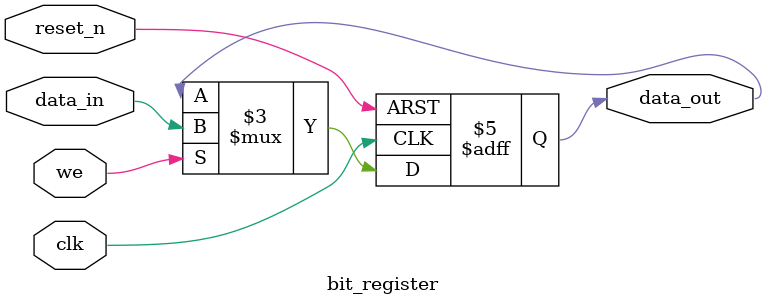
<source format=v>
module uart 

     (  
        line_reset_n ,
        line_clk_16x ,

        app_reset_n ,
        app_clk ,

        // Reg Bus Interface Signal
        reg_cs,
        reg_wr,
        reg_addr,
        reg_wdata,
        reg_be,

        // Outputs
        reg_rdata,
        reg_ack,

       // Line Interface
        si,
        so

     );




parameter W  = 8'd8;
parameter DP = 8'd16;
parameter AW = (DP == 2)   ? 1 : 
	       (DP == 4)   ? 2 :
               (DP == 8)   ? 3 :
               (DP == 16)  ? 4 :
               (DP == 32)  ? 5 :
               (DP == 64)  ? 6 :
               (DP == 128) ? 7 :
               (DP == 256) ? 8 : 0;



input        line_reset_n         ; // line reset
input        line_clk_16x         ; // line clock

input        app_reset_n          ; // application reset
input        app_clk              ; // application clock

//---------------------------------
// Reg Bus Interface Signal
//---------------------------------
input             reg_cs         ;
input             reg_wr         ;
input [3:0]       reg_addr       ;
input [31:0]      reg_wdata      ;
input [3:0]       reg_be         ;

// Outputs
output [31:0]     reg_rdata      ;
output            reg_ack     ;

// Line Interface
input         si                  ; // uart si
output        so                  ; // uart so

// Wire Declaration

wire [W-1: 0]   tx_fifo_rd_data;
wire [W-1: 0]   rx_fifo_wr_data;
wire [W-1: 0]   app_rxfifo_rddata;
wire [1  : 0]   error_ind;

// Wire 
wire         cfg_tx_enable        ; // Tx Enable
wire         cfg_rx_enable        ; // Rx Enable
wire         cfg_stop_bit         ; // 0 -> 1 Stop, 1 -> 2 Stop
wire   [1:0] cfg_pri_mod          ; // priority mode, 0 -> nop, 1 -> Even, 2 -> Odd

wire        frm_error_o          ; // framing error
wire        par_error_o          ; // par error
wire        rx_fifo_full_err_o   ; // rx fifo full error
wire        rx_fifo_wr_full      ;
wire        app_rxfifo_empty     ;


uart_cfg u_cfg (

             . mclk          (app_clk),
             . reset_n       (app_reset_n),

        // Reg Bus Interface Signal
             . reg_cs        (reg_cs),
             . reg_wr        (reg_wr),
             . reg_addr      (reg_addr),
             . reg_wdata     (reg_wdata),
             . reg_be        (reg_be),

            // Outputs
            . reg_rdata      (reg_rdata),
            . reg_ack        (reg_ack),


       // configuration
            . cfg_tx_enable       (cfg_tx_enable),
            . cfg_rx_enable       (cfg_rx_enable),
            . cfg_stop_bit        (cfg_stop_bit),
            . cfg_pri_mod         (cfg_pri_mod),

            . frm_error_o         (frm_error_o),
            . par_error_o         (par_error_o),
            . rx_fifo_full_err_o  (rx_fifo_full_err_o)

        );





uart_txfsm u_txfsm (
               . reset_n           ( line_reset_n      ),
               . baud_clk_16x      ( line_clk_16x      ),

               . cfg_tx_enable     ( cfg_tx_enable     ),
               . cfg_stop_bit      ( cfg_stop_bit      ),
               . cfg_pri_mod       ( cfg_pri_mod       ),

       // FIFO control signal
               . fifo_empty        ( tx_fifo_rd_empty  ),
               . fifo_rd           ( tx_fifo_rd        ),
               . fifo_data         ( tx_fifo_rd_data   ),

          // Line Interface
               . so                ( so                )
          );


uart_rxfsm u_rxfsm (
               . reset_n           (  line_reset_n     ),
               . baud_clk_16x      (  line_clk_16x     ) ,

               . cfg_rx_enable     (  cfg_rx_enable    ),
               . cfg_stop_bit      (  cfg_stop_bit     ),
               . cfg_pri_mod       (  cfg_pri_mod      ),

               . error_ind         (  error_ind        ),

       // FIFO control signal
               .  fifo_aval        ( !rx_fifo_wr_full  ),
               .  fifo_wr          ( rx_fifo_wr        ),
               .  fifo_data        ( rx_fifo_wr_data   ),

          // Line Interface
               .  si               (si_ss              )
          );

async_fifo #(W,DP,0,0) u_rxfifo (                  
               .wr_clk             (line_clk_16x       ),
               .wr_reset_n         (line_reset_n       ),
               .wr_en              (rx_fifo_wr         ),
               .wr_data            (rx_fifo_wr_data    ),
               .full               (rx_fifo_wr_full    ), // sync'ed to wr_clk
               .wr_total_free_space(                   ),

               .rd_clk             (app_clk            ),
               .rd_reset_n         (app_reset_n        ),
               .rd_en              (!app_rxfifo_empty  ),
               .empty              (app_rxfifo_empty   ),  // sync'ed to rd_clk
               .rd_total_aval      (                   ),
               .rd_data            (app_rxfifo_rddata  )
                   );

async_fifo #(W,DP,0,0) u_txfifo  (
               .wr_clk             (app_clk            ),
               .wr_reset_n         (app_reset_n        ),
               .wr_en              (!app_rxfifo_empty  ),
               .wr_data            (app_rxfifo_rddata  ),
               .full               (                   ), // sync'ed to wr_clk
               .wr_total_free_space(                   ),

               .rd_clk             (line_clk_16x       ),
               .rd_reset_n         (line_reset_n       ),
               .rd_en              (tx_fifo_rd         ),
               .empty              (tx_fifo_rd_empty   ),  // sync'ed to rd_clk
               .rd_total_aval      (                   ),
               .rd_data            (tx_fifo_rd_data    )
                   );


double_sync_low   u_si_sync (
               . in_data           ( si                ),
               . out_clk           (line_clk_16x       ),
               . out_rst_n         (line_reset_n       ),
               . out_data          (si_ss              ) 
          );

wire   frm_error          = (error_ind == 2'b01);
wire   par_error          = (error_ind == 2'b10);
wire   rx_fifo_full_err   = (error_ind == 2'b11);

double_sync_low   u_frm_err (
               . in_data           ( frm_error        ),
               . out_clk           ( app_clk          ),
               . out_rst_n         ( app_reset_n      ),
               . out_data          ( frm_error_o      ) 
          );

double_sync_low   u_par_err (
               . in_data           ( par_error        ),
               . out_clk           ( app_clk          ),
               . out_rst_n         ( app_reset_n      ),
               . out_data          ( par_error_o      ) 
          );

double_sync_low   u_rxfifo_err (
               . in_data           ( rx_fifo_full_err ),
               . out_clk           ( app_clk          ),
               . out_rst_n         ( app_reset_n      ),
               . out_data          ( rx_fifo_full_err_o  ) 
          );


endmodule

module uart_cfg (

             mclk,
             reset_n,

        // Reg Bus Interface Signal
             reg_cs,
             reg_wr,
             reg_addr,
             reg_wdata,
             reg_be,

            // Outputs
            reg_rdata,
            reg_ack,


       // configuration
            cfg_tx_enable,
            cfg_rx_enable,
            cfg_stop_bit ,
            cfg_pri_mod  ,

            frm_error_o,
            par_error_o,
            rx_fifo_full_err_o

        );



input         mclk;
input         reset_n;

       // configuration
output        cfg_tx_enable       ; // Tx Enable
output        cfg_rx_enable       ; // Rx Enable
output        cfg_stop_bit        ; // 0 -> 1 Stop, 1 -> 2 Stop
output  [1:0] cfg_pri_mod         ; // priority mode, 0 -> nop, 1 -> Even, 2 -> Odd

input         frm_error_o         ; // framing error
input         par_error_o         ; // par error
input         rx_fifo_full_err_o  ; // rx fifo full error

//---------------------------------
// Reg Bus Interface Signal
//---------------------------------
input             reg_cs         ;
input             reg_wr         ;
input [3:0]       reg_addr       ;
input [31:0]      reg_wdata      ;
input [3:0]       reg_be         ;

// Outputs
output [31:0]     reg_rdata      ;
output            reg_ack     ;



//-----------------------------------------------------------------------
// Internal Wire Declarations
//-----------------------------------------------------------------------

wire           sw_rd_en;
wire           sw_wr_en;
wire  [3:0]    sw_addr ; // addressing 16 registers
wire  [3:0]    wr_be   ;

reg   [31:0]  reg_rdata      ;
reg           reg_ack     ;

wire [31:0]    reg_0;  // Software_Reg_0
wire [31:0]    reg_1;  // Software-Reg_1
wire [31:0]    reg_2;  // Software-Reg_2
wire [31:0]    reg_3;  // Software-Reg_3
wire [31:0]    reg_4;  // Software-Reg_4
wire [31:0]    reg_5;  // Software-Reg_5
wire [31:0]    reg_6;  // Software-Reg_6
wire [31:0]    reg_7;  // Software-Reg_7
wire [31:0]    reg_8;  // Software-Reg_8
wire [31:0]    reg_9;  // Software-Reg_9
wire [31:0]    reg_10; // Software-Reg_10
wire [31:0]    reg_11; // Software-Reg_11
wire [31:0]    reg_12; // Software-Reg_12
wire [31:0]    reg_13; // Software-Reg_13
wire [31:0]    reg_14; // Software-Reg_14
wire [31:0]    reg_15; // Software-Reg_15
reg  [31:0]    reg_out;

//-----------------------------------------------------------------------
// Main code starts here
//-----------------------------------------------------------------------

//-----------------------------------------------------------------------
// Internal Logic Starts here
//-----------------------------------------------------------------------
    assign sw_addr       = reg_addr [3:0];
    assign sw_rd_en      = reg_cs & !reg_wr;
    assign sw_wr_en      = reg_cs & reg_wr;
    assign wr_be         = reg_be;


//-----------------------------------------------------------------------
// Read path mux
//-----------------------------------------------------------------------

always @ (posedge mclk or negedge reset_n)
begin : preg_out_Seq
   if (reset_n == 1'b0)
   begin
      reg_rdata [31:0]  <= 32'h0000_0000;
      reg_ack           <= 1'b0;
   end
   else if (sw_rd_en && !reg_ack) 
   begin
      reg_rdata [31:0]  <= reg_out [31:0];
      reg_ack           <= 1'b1;
   end
   else if (sw_wr_en && !reg_ack) 
      reg_ack           <= 1'b1;
   else
   begin
      reg_ack        <= 1'b0;
   end
end


//-----------------------------------------------------------------------
// register read enable and write enable decoding logic
//-----------------------------------------------------------------------
wire   sw_wr_en_0 = sw_wr_en & (sw_addr == 4'h0);
wire   sw_rd_en_0 = sw_rd_en & (sw_addr == 4'h0);
wire   sw_wr_en_1 = sw_wr_en & (sw_addr == 4'h1);
wire   sw_rd_en_1 = sw_rd_en & (sw_addr == 4'h1);
wire   sw_wr_en_2 = sw_wr_en & (sw_addr == 4'h2);
wire   sw_rd_en_2 = sw_rd_en & (sw_addr == 4'h2);
wire   sw_wr_en_3 = sw_wr_en & (sw_addr == 4'h3);
wire   sw_rd_en_3 = sw_rd_en & (sw_addr == 4'h3);
wire   sw_wr_en_4 = sw_wr_en & (sw_addr == 4'h4);
wire   sw_rd_en_4 = sw_rd_en & (sw_addr == 4'h4);
wire   sw_wr_en_5 = sw_wr_en & (sw_addr == 4'h5);
wire   sw_rd_en_5 = sw_rd_en & (sw_addr == 4'h5);
wire   sw_wr_en_6 = sw_wr_en & (sw_addr == 4'h6);
wire   sw_rd_en_6 = sw_rd_en & (sw_addr == 4'h6);
wire   sw_wr_en_7 = sw_wr_en & (sw_addr == 4'h7);
wire   sw_rd_en_7 = sw_rd_en & (sw_addr == 4'h7);
wire   sw_wr_en_8 = sw_wr_en & (sw_addr == 4'h8);
wire   sw_rd_en_8 = sw_rd_en & (sw_addr == 4'h8);
wire   sw_wr_en_9 = sw_wr_en & (sw_addr == 4'h9);
wire   sw_rd_en_9 = sw_rd_en & (sw_addr == 4'h9);
wire   sw_wr_en_10 = sw_wr_en & (sw_addr == 4'hA);
wire   sw_rd_en_10 = sw_rd_en & (sw_addr == 4'hA);
wire   sw_wr_en_11 = sw_wr_en & (sw_addr == 4'hB);
wire   sw_rd_en_11 = sw_rd_en & (sw_addr == 4'hB);
wire   sw_wr_en_12 = sw_wr_en & (sw_addr == 4'hC);
wire   sw_rd_en_12 = sw_rd_en & (sw_addr == 4'hC);
wire   sw_wr_en_13 = sw_wr_en & (sw_addr == 4'hD);
wire   sw_rd_en_13 = sw_rd_en & (sw_addr == 4'hD);
wire   sw_wr_en_14 = sw_wr_en & (sw_addr == 4'hE);
wire   sw_rd_en_14 = sw_rd_en & (sw_addr == 4'hE);
wire   sw_wr_en_15 = sw_wr_en & (sw_addr == 4'hF);
wire   sw_rd_en_15 = sw_rd_en & (sw_addr == 4'hF);


always @( *)
begin : preg_sel_Com

  reg_out [31:0] = 32'd0;

  case (sw_addr [3:0])
    4'b0000 : reg_out [31:0] = reg_0 [31:0];     
    4'b0001 : reg_out [31:0] = reg_1 [31:0];    
    4'b0010 : reg_out [31:0] = reg_2 [31:0];     
    4'b0011 : reg_out [31:0] = reg_3 [31:0];    
    4'b0100 : reg_out [31:0] = reg_4 [31:0];    
    4'b0101 : reg_out [31:0] = reg_5 [31:0];    
    4'b0110 : reg_out [31:0] = reg_6 [31:0];    
    4'b0111 : reg_out [31:0] = reg_7 [31:0];    
    4'b1000 : reg_out [31:0] = reg_8 [31:0];    
    4'b1001 : reg_out [31:0] = reg_9 [31:0];    
    4'b1010 : reg_out [31:0] = reg_10 [31:0];   
    4'b1011 : reg_out [31:0] = reg_11 [31:0];   
    4'b1100 : reg_out [31:0] = reg_12 [31:0];   
    4'b1101 : reg_out [31:0] = reg_13 [31:0];
    4'b1110 : reg_out [31:0] = reg_14 [31:0];
    4'b1111 : reg_out [31:0] = reg_15 [31:0]; 
  endcase
end



//-----------------------------------------------------------------------
// Individual register assignments
//-----------------------------------------------------------------------
// Logic for Register 0 : uart Control Register
//-----------------------------------------------------------------------
wire [1:0]   cfg_pri_mod     = reg_0[4:3]; // priority mode, 0 -> nop, 1 -> Even, 2 -> Odd
wire         cfg_stop_bit    = reg_0[2];   // 0 -> 1 Stop, 1 -> 2 Stop
wire         cfg_rx_enable   = reg_0[1];   // Rx Enable
wire         cfg_tx_enable   = reg_0[0];   // Tx Enable

generic_register #(5,0  ) u_uart_ctrl_be0 (
	      .we            ({5{sw_wr_en_0 & 
                                 wr_be[0]   }}  ),		 
	      .data_in       (reg_wdata[4:0]    ),
	      .reset_n       (reset_n           ),
	      .clk           (mclk              ),
	      
	      //List of Outs
	      .data_out      (reg_0[4:0]        )
          );


assign reg_0[31:5] = 27'h0;

//-----------------------------------------------------------------------
// Logic for Register 1 : uart interrupt status
//-----------------------------------------------------------------------
stat_register u_intr_bit0 (
		 //inputs
		 . clk        (mclk            ),
		 . reset_n    (reset_n         ),
		 . cpu_we     (sw_wr_en_1 &
                               wr_be[0]        ),		 
		 . cpu_ack    (reg_wdata[0]    ),
		 . hware_req  (frm_error_o     ),
		 
		 //outputs
		 . data_out   (reg_1[0]        )
		 );

stat_register u_intr_bit1 (
		 //inputs
		 . clk        (mclk            ),
		 . reset_n    (reset_n         ),
		 . cpu_we     (sw_wr_en_1 &
                               wr_be[0]        ),		 
		 . cpu_ack    (reg_wdata[1]    ),
		 . hware_req  (par_error_o     ),
		 
		 //outputs
		 . data_out   (reg_1[1]        )
		 );

stat_register u_intr_bit2 (
		 //inputs
		 . clk        (mclk                ),
		 . reset_n    (reset_n             ),
		 . cpu_we     (sw_wr_en_1 &
                               wr_be[0]            ),		 
		 . cpu_ack    (reg_wdata[2]        ),
		 . hware_req  (rx_fifo_full_err_o  ),
		 
		 //outputs
		 . data_out   (reg_1[2]            )
		 );

assign reg_1[31:3] = 29'h0;




endmodule

// UART rx state machine

module uart_rxfsm (
             reset_n        ,
             baud_clk_16x   ,

             cfg_rx_enable  ,
             cfg_stop_bit   ,
             cfg_pri_mod    ,

             error_ind      ,

       // FIFO control signal
             fifo_aval      ,
             fifo_wr        ,
             fifo_data      ,

          // Line Interface
             si  
          );


input             reset_n        ; // active low reset signal
input             baud_clk_16x   ; // baud clock-16x

input             cfg_rx_enable  ; // transmit interface enable
input             cfg_stop_bit   ; // stop bit 
                                   // 0 --> 1 stop, 1 --> 2 Stop
input   [1:0]     cfg_pri_mod    ;// Priority Mode
                                   // 2'b00 --> None
                                   // 2'b10 --> Even priority
                                   // 2'b11 --> Odd priority

output [1:0]      error_ind     ; // 2'b00 --> Normal
                                  // 2'b01 --> framing error
                                  // 2'b10 --> parity error
                                  // 2'b11 --> fifo full
//--------------------------------------
//   FIFO control signal
//--------------------------------------
input             fifo_aval      ; // fifo empty
output            fifo_wr        ; // fifo write, assumed no back to back write
output  [7:0]     fifo_data      ; // fifo write data

// Line Interface
input             si             ;  // rxd pin



reg     [7:0]    fifo_data       ; // fifo write data
reg              fifo_wr         ; // fifo write 
reg    [1:0]     error_ind       ; 
reg    [2:0]     cnt             ;
reg    [3:0]     offset          ; // free-running counter from 0 - 15
reg    [3:0]     rxpos           ; // stable rx position
reg    [2:0]     rxstate         ;


parameter idle_st      = 3'b000;
parameter xfr_start    = 3'b001;
parameter xfr_data_st  = 3'b010;
parameter xfr_pri_st   = 3'b011;
parameter xfr_stop_st1 = 3'b100;
parameter xfr_stop_st2 = 3'b101;


always @(negedge reset_n or posedge baud_clk_16x) begin
   if(reset_n == 0) begin
      rxstate   <= 3'b0;
      offset    <= 4'b0;
      rxpos     <= 4'b0;
      cnt       <= 3'b0;
      error_ind <= 2'b0;
      fifo_wr   <= 1'b0;
      fifo_data <= 8'h0;
   end
   else begin
      offset     <= offset + 1;
      case(rxstate)
       idle_st   : begin
            if(!si) begin // Start indication
               if(fifo_aval && cfg_rx_enable) begin
                 rxstate   <=   xfr_start;
                 cnt       <=   0;
                 rxpos     <=   offset + 8; // Assign center rxoffset
                 error_ind <= 2'b00;
               end
               else begin
                  error_ind <= 2'b11; // fifo full error indication
               end
            end else begin
               error_ind <= 2'b00; // Reset Error
            end
         end
      xfr_start : begin
            // Make Sure that minimum 8 cycle low is detected
            if(cnt < 7 && si) begin // Start indication
               rxstate <=   idle_st;
            end
            else if(cnt == 7 && !si) begin // Start indication
                rxstate <=   xfr_data_st;
                cnt     <=   0;
            end else begin
              cnt  <= cnt +1;
            end
         end
      xfr_data_st : begin
             if(rxpos == offset) begin
                fifo_data[cnt] <= si;
                cnt            <= cnt+1;
                if(cnt == 7) begin
                   fifo_wr <= 1;
                   if(cfg_pri_mod == 2'b00)  // No Priority
                       rxstate <=   xfr_stop_st1;
                   else rxstate <= xfr_pri_st;  
                end
             end
          end
       xfr_pri_st   : begin
            fifo_wr <= 0;
            if(rxpos == offset) begin
               if(cfg_pri_mod == 2'b10)  // even priority
                  if( si != ^fifo_data) error_ind <= 2'b10;
               else  // Odd Priority
                  if( si != ~(^fifo_data)) error_ind <= 2'b10;
               rxstate <=   xfr_stop_st1;
            end
         end
       xfr_stop_st1  : begin
          fifo_wr <= 0;
          if(rxpos == offset) begin
             if(si) begin
               if(cfg_stop_bit) // Two Stop bit
                  rxstate <=   xfr_stop_st2;
               else   
                  rxstate <=   idle_st;
             end else begin // Framing error
                error_ind <= 2'b01;
                rxstate   <=   idle_st;
             end
          end
       end
       xfr_stop_st2  : begin
          if(rxpos == offset) begin
             if(si) begin
                rxstate <=   idle_st;
             end else begin // Framing error
                error_ind <= 2'b01;
                rxstate   <=   idle_st;
             end
          end
       end
    endcase
   end
end


endmodule

// UART tx state machine

module uart_txfsm (
             reset_n        ,
             baud_clk_16x   ,

             cfg_tx_enable  ,
             cfg_stop_bit   ,
             cfg_pri_mod    ,

       // FIFO control signal
             fifo_empty     ,
             fifo_rd        ,
             fifo_data      ,

          // Line Interface
             so  
          );


input             reset_n        ; // active low reset signal
input             baud_clk_16x   ; // baud clock-16x

input             cfg_tx_enable  ; // transmit interface enable
input             cfg_stop_bit   ; // stop bit 
                                   // 0 --> 1 stop, 1 --> 2 Stop
input   [1:0]     cfg_pri_mod    ;// Priority Mode
                                   // 2'b00 --> None
                                   // 2'b10 --> Even priority
                                   // 2'b11 --> Odd priority

//--------------------------------------
//   FIFO control signal
//--------------------------------------
input             fifo_empty     ; // fifo empty
output            fifo_rd        ; // fifo read, assumed no back to back read
input  [7:0]      fifo_data      ; // fifo read data

// Line Interface
output            so             ;  // txd pin


reg  [2:0]         txstate       ; // tx state
reg                so            ; // txd pin
reg  [7:0]         txdata        ; // local txdata
reg                fifo_rd       ; // Fifo read enable
reg  [2:0]         cnt           ; // local data cont
reg  [3:0]         divcnt        ; // clock div count

parameter idle_st      = 3'b000;
parameter xfr_data_st  = 3'b001;
parameter xfr_pri_st   = 3'b010;
parameter xfr_stop_st1 = 3'b011;
parameter xfr_stop_st2 = 3'b100;


always @(negedge reset_n or posedge baud_clk_16x)
begin
   if(reset_n == 1'b0) begin
      txstate  <= idle_st;
      so       <= 1'b1;
      cnt      <= 3'b0;
      txdata   <= 8'h0;
      fifo_rd  <= 1'b0;
      divcnt   <= 4'b0;
   end
   else begin
      divcnt <= divcnt+1;
      if(divcnt == 4'b0000) begin // Do at once in 16 clock
         case(txstate)
          idle_st      : begin
               if(!fifo_empty && cfg_tx_enable) begin
                  so       <= 1'b0 ; // Start bit
                  cnt      <= 3'b0;
                  fifo_rd  <= 1'b1;
                  txdata   <= fifo_data;
                  txstate  <= xfr_data_st;  
               end
            end

          xfr_data_st  : begin
              fifo_rd  <= 1'b0;
              so   <= txdata[cnt];
              cnt  <= cnt+1;
              if(cnt == 7) begin
                 if(cfg_pri_mod == 2'b00) begin // No Priority
                    txstate  <= xfr_stop_st1;  
                 end
                 else begin
                    txstate <= xfr_pri_st;  
                 end
              end
           end

          xfr_pri_st   : begin
               if(cfg_pri_mod == 2'b10)  // even priority
                   so <= ^txdata;
               else begin // Odd Priority
                   so <= ~(^txdata);
               end
               txstate  <= xfr_stop_st1;  
            end

          xfr_stop_st1  : begin // First Stop Bit
               so <= 1;
               if(cfg_stop_bit == 0)  // 1 Stop Bit
                    txstate <= idle_st;
               else // 2 Stop Bit 
                  txstate  <= xfr_stop_st2;
            end

          xfr_stop_st2  : begin // Second Stop Bit
               so <= 1;
               txstate <= idle_st;
            end
         endcase
      end
     else begin
        fifo_rd  <= 1'b0;
     end
   end
end


endmodule

 /***********************************************************************/
module stat_register (
		 //inputs
		 clk,
		 reset_n,
		 cpu_we,		 
		 cpu_ack,
		 hware_req,
		 
		 //outputs
		 data_out
		 );

//---------------------------------
// Reset Default value
//---------------------------------
parameter  RESET_DEFAULT = 1'h0;

  input	 clk      ;
  input	 reset_n  ;
  input	 cpu_we   ; // cpu write enable
  input	 cpu_ack  ; // CPU Ack
  input	 hware_req; // Hardware Req
  output data_out ;
  
  reg	 data_out;
  
  //infer the register
  always @(posedge clk or negedge reset_n)
    begin
      if (!reset_n)
	data_out <= RESET_DEFAULT;
      else if (hware_req)  // Set the flag on Hardware Req
	 data_out <= 1'b1;
      else if (cpu_we & cpu_ack) // Clear on CPU Ack
	 data_out <= 1'b0;
    end // always @ (posedge clk or negedge reset_n)
endmodule // register





/*********************************************************************
** copyright message here.
** module: generic register
***********************************************************************/
module  generic_register	(
	      //List of Inputs
	      we,		 
	      data_in,
	      reset_n,
	      clk,
	      
	      //List of Outs
	      data_out
	      );

  parameter   WD               = 1;  
  parameter   RESET_DEFAULT    = 0;  
  input [WD-1:0]     we;	
  input [WD-1:0]     data_in;	
  input              reset_n;
  input		     clk;
  output [WD-1:0]    data_out;


generate
  genvar i;
  for (i = 0; i < WD; i = i + 1) begin : gen_bit_reg
    bit_register #(RESET_DEFAULT[i]) u_bit_reg (   
                .we         (we[i]),
                .clk        (clk),
                .reset_n    (reset_n),
                .data_in    (data_in[i]),
                .data_out   (data_out[i])
            );
  end
endgenerate


endmodule

//-------------------------------------------
// async_fifo:: async FIFO
//    Following two ports are newly added
//        1. At write clock domain:
//           wr_total_free_space -->  Indicate total free transfer available 
//        2. At read clock domain:
//           rd_total_aval       -->  Indicate total no of transfer available
//-----------------------------------------------
`timescale  1ns/1ps

module async_fifo (wr_clk,
                   wr_reset_n,
                   wr_en,
                   wr_data,
                   full,                 // sync'ed to wr_clk
                   afull,                 // sync'ed to wr_clk
                   wr_total_free_space,
                   rd_clk,
                   rd_reset_n,
                   rd_en,
                   empty,                // sync'ed to rd_clk
                   aempty,                // sync'ed to rd_clk
                   rd_total_aval,
                   rd_data);

   parameter W = 4'd8;
   parameter DP = 3'd4;
   parameter WR_FAST = 1'b1;
   parameter RD_FAST = 1'b1;
   parameter FULL_DP = DP;
   parameter EMPTY_DP = 1'b0;

   parameter AW = (DP == 2)   ? 1 : 
		  (DP == 4)   ? 2 :
                  (DP == 8)   ? 3 :
                  (DP == 16)  ? 4 :
                  (DP == 32)  ? 5 :
                  (DP == 64)  ? 6 :
                  (DP == 128) ? 7 :
                  (DP == 256) ? 8 : 0;

   output [W-1 : 0]  rd_data;
   input [W-1 : 0]   wr_data;
   input             wr_clk, wr_reset_n, wr_en, rd_clk, rd_reset_n,
                     rd_en;
   output            full, empty;
   output            afull, aempty; // about full and about to empty
   output   [AW:0]   wr_total_free_space; // Total Number of free space aval 
                                               // w.r.t write clk
                                               // note: Without accounting byte enables
   output   [AW:0]   rd_total_aval;       // Total Number of words avaialble 
                                               // w.r.t rd clock, 
                                              // note: Without accounting byte enables
   // synopsys translate_off

   initial begin
      if (AW == 0) begin
         $display ("%m : ERROR!!! Fifo depth %d not in range 2 to 256", DP);
      end // if (AW == 0)
   end // initial begin

   // synopsys translate_on
   reg [W-1 : 0]    mem[DP-1 : 0];

   /*********************** write side ************************/
   reg [AW:0] sync_rd_ptr_0, sync_rd_ptr_1; 
   wire [AW:0] sync_rd_ptr;
   reg [AW:0] wr_ptr, grey_wr_ptr;
   reg [AW:0] grey_rd_ptr;
   reg full_q;
   wire full_c;
   wire afull_c;
   wire [AW:0] wr_ptr_inc = wr_ptr + 1'b1;
   wire [AW:0] wr_cnt = get_cnt(wr_ptr, sync_rd_ptr);

   assign full_c  = (wr_cnt == FULL_DP) ? 1'b1 : 1'b0;
   assign afull_c = (wr_cnt == FULL_DP-1) ? 1'b1 : 1'b0;

   //--------------------------
   // Shows total number of words 
   // of free space available w.r.t write clock
   //--------------------------- 
   assign wr_total_free_space = FULL_DP - wr_cnt;

   always @(posedge wr_clk or negedge wr_reset_n) begin
	if (!wr_reset_n) begin
		wr_ptr <= 0;
		grey_wr_ptr <= 0;
		full_q <= 0;	
	end
	else if (wr_en) begin
		wr_ptr <= wr_ptr_inc;
		grey_wr_ptr <= bin2grey(wr_ptr_inc);
		if (wr_cnt == (FULL_DP-1)) begin
			full_q <= 1'b1;
		end
	end
	else begin
	    	if (full_q && (wr_cnt<FULL_DP)) begin
			full_q <= 1'b0;
	     	end
	end
    end

    assign full  = (WR_FAST == 1) ? full_c : full_q;
    assign afull = afull_c;

    always @(posedge wr_clk) begin
	if (wr_en) begin
		mem[wr_ptr[AW-1:0]] <= wr_data;
	end
    end

    wire [AW:0] grey_rd_ptr_dly ;
    assign #1 grey_rd_ptr_dly = grey_rd_ptr;

    // read pointer synchronizer
    always @(posedge wr_clk or negedge wr_reset_n) begin
	if (!wr_reset_n) begin
		sync_rd_ptr_0 <= 0;
		sync_rd_ptr_1 <= 0;
	end
	else begin
		sync_rd_ptr_0 <= grey_rd_ptr_dly;		
		sync_rd_ptr_1 <= sync_rd_ptr_0;
	end
    end

    assign sync_rd_ptr = grey2bin(sync_rd_ptr_1);

   /************************ read side *****************************/
   reg [AW:0] sync_wr_ptr_0, sync_wr_ptr_1; 
   wire [AW:0] sync_wr_ptr;
   reg [AW:0] rd_ptr;
   reg empty_q;
   wire empty_c;
   wire aempty_c;
   wire [AW:0] rd_ptr_inc = rd_ptr + 1'b1;
   wire [AW:0] sync_wr_ptr_dec = sync_wr_ptr - 1'b1;
   wire [AW:0] rd_cnt = get_cnt(sync_wr_ptr, rd_ptr);
 
   assign empty_c  = (rd_cnt == 0) ? 1'b1 : 1'b0;
   assign aempty_c = (rd_cnt == 1) ? 1'b1 : 1'b0;
   //--------------------------
   // Shows total number of words 
   // space available w.r.t write clock
   //--------------------------- 
   assign rd_total_aval = rd_cnt;

   always @(posedge rd_clk or negedge rd_reset_n) begin
	if (!rd_reset_n) begin
		rd_ptr <= 0;
		grey_rd_ptr <= 0;
		empty_q <= 1'b1;
	end
	else begin
		if (rd_en) begin
			rd_ptr <= rd_ptr_inc;
			grey_rd_ptr <= bin2grey(rd_ptr_inc);
			if (rd_cnt==(EMPTY_DP+1)) begin
				empty_q <= 1'b1;
			end
		end
		else begin
			if (empty_q && (rd_cnt!=EMPTY_DP)) begin
				empty_q <= 1'b0;
			end
		end
	end
    end

    assign empty  = (RD_FAST == 1) ? empty_c : empty_q;
    assign aempty = aempty_c;

    assign rd_data = mem[rd_ptr[AW-1:0]];

    wire [AW:0] grey_wr_ptr_dly ;
    assign #1 grey_wr_ptr_dly =  grey_wr_ptr;

    // write pointer synchronizer
    always @(posedge rd_clk or negedge rd_reset_n) begin
	if (!rd_reset_n) begin
		sync_wr_ptr_0 <= 0;
		sync_wr_ptr_1 <= 0;
	end
	else begin
		sync_wr_ptr_0 <= grey_wr_ptr_dly;		
		sync_wr_ptr_1 <= sync_wr_ptr_0;
	end
    end
    assign sync_wr_ptr = grey2bin(sync_wr_ptr_1);

	
/************************ functions ******************************/
function [AW:0] bin2grey;
input [AW:0] bin;
reg [8:0] bin_8;
reg [8:0] grey_8;
begin
	bin_8 = bin;
	grey_8[1:0] = do_grey(bin_8[2:0]);
	grey_8[3:2] = do_grey(bin_8[4:2]);
	grey_8[5:4] = do_grey(bin_8[6:4]);
	grey_8[7:6] = do_grey(bin_8[8:6]);
	grey_8[8] = bin_8[8];
	bin2grey = grey_8;
end
endfunction

function [AW:0] grey2bin;
input [AW:0] grey;
reg [8:0] grey_8;
reg [8:0] bin_8;
begin
	grey_8 = grey;
	bin_8[8] = grey_8[8];
	bin_8[7:6] = do_bin({bin_8[8], grey_8[7:6]});
	bin_8[5:4] = do_bin({bin_8[6], grey_8[5:4]});
	bin_8[3:2] = do_bin({bin_8[4], grey_8[3:2]});
	bin_8[1:0] = do_bin({bin_8[2], grey_8[1:0]});
	grey2bin = bin_8;
end
endfunction


function [1:0] do_grey;
input [2:0] bin;
begin
	if (bin[2]) begin  // do reverse grey
		case (bin[1:0]) 
			2'b00: do_grey = 2'b10;
			2'b01: do_grey = 2'b11;
			2'b10: do_grey = 2'b01;
			2'b11: do_grey = 2'b00;
		endcase
	end
	else begin
		case (bin[1:0]) 
			2'b00: do_grey = 2'b00;
			2'b01: do_grey = 2'b01;
			2'b10: do_grey = 2'b11;
			2'b11: do_grey = 2'b10;
		endcase
	end
end
endfunction

function [1:0] do_bin;
input [2:0] grey;
begin
	if (grey[2]) begin	// actually bin[2]
		case (grey[1:0])
			2'b10: do_bin = 2'b00;
			2'b11: do_bin = 2'b01;
			2'b01: do_bin = 2'b10;
			2'b00: do_bin = 2'b11;
		endcase
	end
	else begin
		case (grey[1:0])
			2'b00: do_bin = 2'b00;
			2'b01: do_bin = 2'b01;
			2'b11: do_bin = 2'b10;
			2'b10: do_bin = 2'b11;
		endcase
	end
end
endfunction
			
function [AW:0] get_cnt;
input [AW:0] wr_ptr, rd_ptr;
begin
	if (wr_ptr >= rd_ptr) begin
		get_cnt = (wr_ptr - rd_ptr);	
	end
	else begin
		get_cnt = DP*2 - (rd_ptr - wr_ptr);
	end
end
endfunction

// synopsys translate_off
always @(posedge wr_clk) begin
   if (wr_en && full) begin
      $display($time, "%m Error! afifo overflow!");
      $stop;
   end
end

always @(posedge rd_clk) begin
   if (rd_en && empty) begin
      $display($time, "%m error! afifo underflow!");
      $stop;
   end
end

// gray code monitor
reg [AW:0] last_gwr_ptr;
always @(posedge wr_clk or negedge wr_reset_n) begin
   if (!wr_reset_n) begin
      last_gwr_ptr <= #1 0;
   end
   else if (last_gwr_ptr !== grey_wr_ptr) begin
      check_ptr_chg(last_gwr_ptr, grey_wr_ptr);
      last_gwr_ptr <= #1 grey_wr_ptr;
   end 	
end

reg [AW:0] last_grd_ptr;
always @(posedge rd_clk or negedge rd_reset_n) begin
   if (!rd_reset_n) begin
     last_grd_ptr <= #1 0;
   end
   else if (last_grd_ptr !== grey_rd_ptr) begin
      check_ptr_chg(last_grd_ptr, grey_rd_ptr);
      last_grd_ptr <= #1 grey_rd_ptr;
   end 	
end

task check_ptr_chg;
input [AW:0] last_ptr;
input [AW:0] cur_ptr;
integer i;
integer ptr_diff;
begin
   ptr_diff = 0;
   for (i=0; i<= AW; i=i+ 1'b1) begin
      if (last_ptr[i] != cur_ptr[i]) begin
         ptr_diff = ptr_diff + 1'b1;
      end
   end
   if (ptr_diff !== 1) begin
      $display($time, "%m, ERROR! async fifo ptr has changed more than noe bit, last=%h, cur=%h",
				last_ptr, cur_ptr);
      $stop;
   end
end
endtask 	
   // synopsys translate_on

endmodule

//----------------------------------------------------------------------------
// Simple Double sync logic with Reset value = 1
// This double signal should be used for signal transiting from low to high
//----------------------------------------------------------------------------

module double_sync_low   (
              in_data    ,
              out_clk    ,
              out_rst_n  ,
              out_data   
          );

parameter WIDTH = 1;

input [WIDTH-1:0]    in_data    ; // Input from Different clock domain
input                out_clk    ; // Output clock
input                out_rst_n  ; // Active low Reset
output[WIDTH-1:0]    out_data   ; // Output Data


reg [WIDTH-1:0]     in_data_s  ; // One   Cycle sync 
reg [WIDTH-1:0]     in_data_2s ; // two   Cycle sync 
reg [WIDTH-1:0]     in_data_3s ; // three Cycle sync 

assign out_data =  in_data_3s;

always @(negedge out_rst_n or posedge out_clk)
begin
   if(out_rst_n == 1'b0)
   begin
      in_data_s  <= {WIDTH{1'b1}};
      in_data_2s <= {WIDTH{1'b1}};
      in_data_3s <= {WIDTH{1'b1}};
   end
   else
   begin
      in_data_s  <= in_data;
      in_data_2s <= in_data_s;
      in_data_3s <= in_data_2s;
   end
end


endmodule



/*********************************************************************
** module: bit register
** description: infers a register, make it modular
 ***********************************************************************/
module bit_register (
		 //inputs
		 we,		 
		 clk,
		 reset_n,
		 data_in,
		 
		 //outputs
		 data_out
		 );

//---------------------------------
// Reset Default value
//---------------------------------
parameter  RESET_DEFAULT = 1'h0;

  input	 we;
  input	 clk;
  input	 reset_n;
  input	 data_in;
  output data_out;
  
  reg	 data_out;
  
  //infer the register
  always @(posedge clk or negedge reset_n)
    begin
      if (!reset_n)
	data_out <= RESET_DEFAULT;
      else if (we)
	data_out <= data_in;
    end // always @ (posedge clk or negedge reset_n)
endmodule // register



</source>
